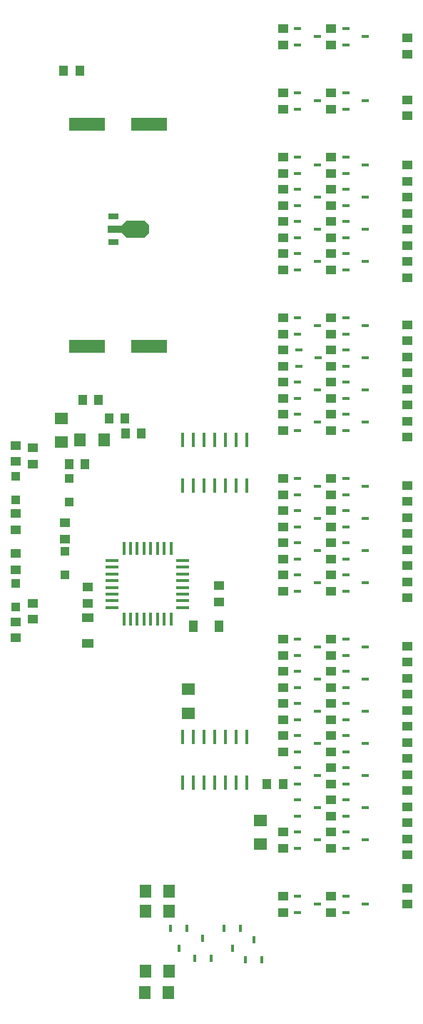
<source format=gbr>
G04 DipTrace 3.3.1.3*
G04 BottomPaste.gbr*
%MOIN*%
G04 #@! TF.FileFunction,Paste,Bot*
G04 #@! TF.Part,Single*
%AMOUTLINE2*
4,1,10,
-0.096457,0.015748,
-0.031834,0.015748,
-0.008212,0.03937,
0.075141,0.03937,
0.096457,0.018054,
0.096457,-0.018054,
0.075141,-0.03937,
-0.008212,-0.03937,
-0.031834,-0.015748,
-0.096457,-0.015748,
-0.096457,0.015748,
0*%
%ADD55R,0.051181X0.031496*%
%ADD59R,0.015748X0.070866*%
%ADD61R,0.011811X0.059055*%
%ADD63R,0.059055X0.011811*%
%ADD65R,0.062992X0.055118*%
%ADD67R,0.055118X0.062992*%
%ADD69R,0.033465X0.017717*%
%ADD71R,0.017717X0.033465*%
%ADD73R,0.055118X0.03937*%
%ADD75R,0.03937X0.055118*%
%ADD81R,0.03937X0.03937*%
%ADD83R,0.043307X0.051181*%
%ADD85R,0.165354X0.062992*%
%ADD87R,0.051181X0.043307*%
%ADD93OUTLINE2*%
%FSLAX26Y26*%
G04*
G70*
G90*
G75*
G01*
G04 BotPaste*
%LPD*%
D87*
X1637451Y2356201D3*
Y2431004D3*
X1024951Y2424950D3*
Y2350147D3*
D85*
X1312449Y4587450D3*
X1021110D3*
D83*
X912451Y4837451D3*
X987255D3*
X999953Y3299950D3*
X1074756D3*
D85*
X1312449Y3549951D3*
X1021110D3*
D87*
X687451Y2693701D3*
Y2768504D3*
Y2581201D3*
Y2506398D3*
X768701Y2349950D3*
Y2275147D3*
Y3074950D3*
Y3000147D3*
D83*
X1274951Y3143701D3*
X1200148D3*
D81*
X687451Y2942668D3*
Y2832432D3*
Y2332235D3*
Y2442471D3*
X937451Y2931201D3*
Y2820965D3*
X918702Y2593701D3*
Y2483465D3*
D75*
X1637451Y2243701D3*
X1519341D3*
D73*
X1024951Y2281201D3*
Y2163091D3*
D71*
X1599953Y693702D3*
X1525150D3*
X1562551Y784253D3*
X1662453Y831201D3*
X1737256D3*
X1699854Y740650D3*
X1412453Y831201D3*
X1487256D3*
X1449854Y740650D3*
X1837451Y687450D3*
X1762648D3*
X1800050Y778001D3*
D69*
X2231201Y907235D3*
Y982038D3*
X2321752Y944636D3*
X2006201Y907235D3*
Y982038D3*
X2096752Y944636D3*
X2231201Y1357234D3*
Y1432037D3*
X2321752Y1394635D3*
X2006201Y1357234D3*
Y1432037D3*
X2096752Y1394635D3*
X2231201Y1207235D3*
Y1282038D3*
X2321752Y1244636D3*
X2006201Y1207235D3*
Y1282038D3*
X2096752Y1244636D3*
X2231201Y1507235D3*
Y1582038D3*
X2321752Y1544636D3*
X2006201Y1507235D3*
Y1582038D3*
X2096752Y1544636D3*
X2231201Y1657234D3*
Y1732037D3*
X2321752Y1694635D3*
X2006201Y1657234D3*
Y1732037D3*
X2096752Y1694635D3*
X2231201Y1807235D3*
Y1882038D3*
X2321752Y1844636D3*
X2006201Y1807235D3*
Y1882038D3*
X2096752Y1844636D3*
X2231201Y1957234D3*
Y2032037D3*
X2321752Y1994635D3*
X2006201Y1957234D3*
Y2032037D3*
X2096752Y1994635D3*
X2231201Y2107235D3*
Y2182038D3*
X2321752Y2144636D3*
X2006201Y2107235D3*
Y2182038D3*
X2096752Y2144636D3*
X2231201Y2407235D3*
Y2482038D3*
X2321752Y2444636D3*
X2006201Y2407235D3*
Y2482038D3*
X2096752Y2444636D3*
X2231201Y2557235D3*
Y2632038D3*
X2321752Y2594636D3*
X2006201Y2557235D3*
Y2632038D3*
X2096752Y2594636D3*
X2231201Y2707235D3*
Y2782038D3*
X2321752Y2744636D3*
X2006201Y2707235D3*
Y2782038D3*
X2096752Y2744636D3*
X2231201Y2857235D3*
Y2932038D3*
X2321752Y2894636D3*
X2006201Y2857235D3*
Y2932038D3*
X2096752Y2894636D3*
X2231201Y3157235D3*
Y3232038D3*
X2321752Y3194636D3*
X2006201Y3157235D3*
Y3232038D3*
X2096752Y3194636D3*
X2231201Y3307235D3*
Y3382038D3*
X2321752Y3344636D3*
X2006201Y3307235D3*
Y3382038D3*
X2096752Y3344636D3*
X2231201Y3457235D3*
Y3532038D3*
X2321752Y3494636D3*
X2012451Y3457235D3*
Y3532038D3*
X2103003Y3494636D3*
X2231201Y3607235D3*
Y3682038D3*
X2321752Y3644636D3*
X2006201Y3607235D3*
Y3682038D3*
X2096752Y3644636D3*
X2231201Y4957235D3*
Y5032038D3*
X2321752Y4994636D3*
X2006201Y4957235D3*
Y5032038D3*
X2096752Y4994636D3*
X2231201Y4657235D3*
Y4732038D3*
X2321752Y4694636D3*
X2006201Y4657235D3*
Y4732038D3*
X2096752Y4694636D3*
X2231201Y4357235D3*
Y4432038D3*
X2321752Y4394636D3*
X2006201Y4357235D3*
Y4432038D3*
X2096752Y4394636D3*
X2231201Y4207235D3*
Y4282038D3*
X2321752Y4244636D3*
X2006201Y4207235D3*
Y4282038D3*
X2096752Y4244636D3*
X2231201Y4057235D3*
Y4132038D3*
X2321752Y4094636D3*
X2006201Y4057235D3*
Y4132038D3*
X2096752Y4094636D3*
X2231201Y3907235D3*
Y3982038D3*
X2321752Y3944636D3*
X2006201Y3907235D3*
Y3982038D3*
X2096752Y3944636D3*
D67*
X1406202Y1006201D3*
X1295966D3*
X1292668Y531201D3*
X1402904D3*
X1294735Y912451D3*
X1404971D3*
X1406202Y631201D3*
X1295966D3*
D87*
X2162451Y982235D3*
Y907432D3*
X2518702Y1019735D3*
Y944932D3*
X1937451Y982235D3*
Y907432D3*
X2162451Y1432235D3*
Y1357432D3*
X2518702Y1325986D3*
Y1400789D3*
D65*
X1831202Y1224950D3*
Y1335186D3*
D87*
X2162451Y1282235D3*
Y1207432D3*
X2518701Y1175986D3*
Y1250789D3*
X1937451Y1282235D3*
Y1207432D3*
X2162451Y1582235D3*
Y1507432D3*
X2518702Y1475986D3*
Y1550789D3*
D83*
X1862451Y1507235D3*
X1937255D3*
D87*
X2162451Y1732235D3*
Y1657432D3*
X2518701Y1625986D3*
Y1700789D3*
X1937451Y1732235D3*
Y1657432D3*
X2162451Y1882235D3*
Y1807432D3*
X2518702Y1775986D3*
Y1850789D3*
X1937451Y1882235D3*
Y1807432D3*
X2162451Y2032235D3*
Y1957432D3*
X2518702Y1925986D3*
Y2000789D3*
X1937451Y2032235D3*
Y1957432D3*
X2162451Y2182235D3*
Y2107432D3*
X2518701Y2075986D3*
Y2150789D3*
X1937451Y2182235D3*
Y2107432D3*
X2162451Y2482234D3*
Y2407430D3*
X2518702Y2375986D3*
Y2450789D3*
X1937451Y2482234D3*
Y2407430D3*
X2162451Y2632235D3*
Y2557432D3*
X2518702Y2525986D3*
Y2600789D3*
X1937451Y2632235D3*
Y2557432D3*
X2162451Y2782234D3*
Y2707430D3*
X2518702Y2675986D3*
Y2750789D3*
X1937451Y2782234D3*
Y2707430D3*
X2162451Y2932235D3*
Y2857432D3*
X2518702Y2825986D3*
Y2900789D3*
X1937451Y2932235D3*
Y2857432D3*
X2162451Y3232235D3*
Y3157432D3*
X2518701Y3125986D3*
Y3200789D3*
X1937451Y3232235D3*
Y3157432D3*
X2162451Y3382234D3*
Y3307430D3*
X2518701Y3275986D3*
Y3350789D3*
X1937451Y3382234D3*
Y3307430D3*
X2162451Y3532235D3*
Y3457432D3*
X2518701Y3425986D3*
Y3500789D3*
X1937451Y3532235D3*
Y3457432D3*
X2162451Y3682038D3*
Y3607235D3*
X2518702Y3575986D3*
Y3650789D3*
X1937451Y3682234D3*
Y3607430D3*
X2162451Y5032235D3*
Y4957432D3*
X2518701Y4913486D3*
Y4988289D3*
X1937451Y5032235D3*
Y4957432D3*
X2162451Y4732235D3*
Y4657432D3*
X2518702Y4625986D3*
Y4700789D3*
X1937451Y4732235D3*
Y4657432D3*
X2162451Y4432235D3*
Y4357432D3*
X2518702Y4319735D3*
Y4394538D3*
X1937451Y4432235D3*
Y4357432D3*
X2162451Y4282235D3*
Y4207432D3*
X2518701Y4169735D3*
Y4244538D3*
X1937451Y4282235D3*
Y4207432D3*
X2162451Y4132235D3*
Y4057432D3*
X2518702Y4019735D3*
Y4094538D3*
X1937451Y4132235D3*
Y4057432D3*
X2162451Y3982235D3*
Y3907432D3*
X2518701Y3869735D3*
Y3944538D3*
X1937451Y3982235D3*
Y3907432D3*
X687451Y3012451D3*
Y3087255D3*
Y2262451D3*
Y2187648D3*
D83*
X937451Y2999951D3*
X1012255D3*
D87*
X918701Y2649951D3*
Y2724755D3*
D83*
X1124951Y3212450D3*
X1199755D3*
D65*
X1493701Y1837450D3*
Y1947686D3*
D67*
X1099951Y3112451D3*
X989715D3*
D65*
X899951Y3212451D3*
Y3102215D3*
D63*
X1468701Y2549951D3*
Y2518455D3*
Y2486959D3*
Y2455463D3*
Y2423967D3*
Y2392471D3*
Y2360975D3*
Y2329479D3*
D61*
X1413583Y2274361D3*
X1382087D3*
X1350591D3*
X1319094D3*
X1287598D3*
X1256102D3*
X1224606D3*
X1193110D3*
D63*
X1137992Y2329479D3*
Y2360975D3*
Y2392471D3*
Y2423967D3*
Y2455463D3*
Y2486959D3*
Y2518455D3*
Y2549951D3*
D61*
X1193110Y2605070D3*
X1224606D3*
X1256102D3*
X1287598D3*
X1319094D3*
X1350591D3*
X1382087D3*
X1413583D3*
D59*
X1468701Y1725984D3*
X1518701D3*
X1568701D3*
X1618701D3*
X1668701D3*
X1718701D3*
X1768701D3*
Y1513386D3*
X1718701D3*
X1668701D3*
X1618701D3*
X1568701D3*
X1518701D3*
X1468701D3*
Y3112450D3*
X1518701D3*
X1568701D3*
X1618701D3*
X1668701D3*
X1718701D3*
X1768701D3*
Y2899852D3*
X1718701D3*
X1668701D3*
X1618701D3*
X1568701D3*
X1518701D3*
X1468701D3*
D55*
X1143702Y4037451D3*
D93*
X1214568Y4096507D3*
D55*
X1143702Y4155562D3*
M02*

</source>
